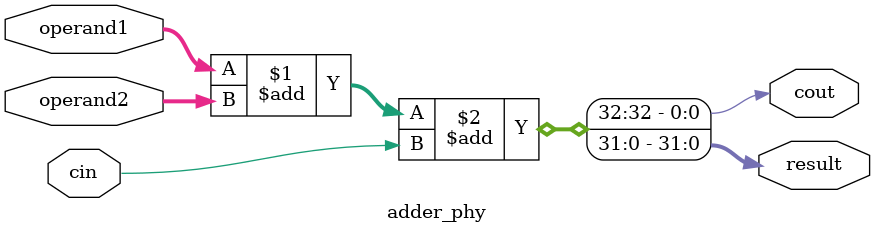
<source format=v>
`timescale 1ns / 1ps


module adder_phy(
    input[31:0] operand1,
    input[31:0] operand2,
    input cin,
    output[31:0] result,
    output cout
    );
    assign{cout,result} = operand1+operand2+cin;
endmodule

</source>
